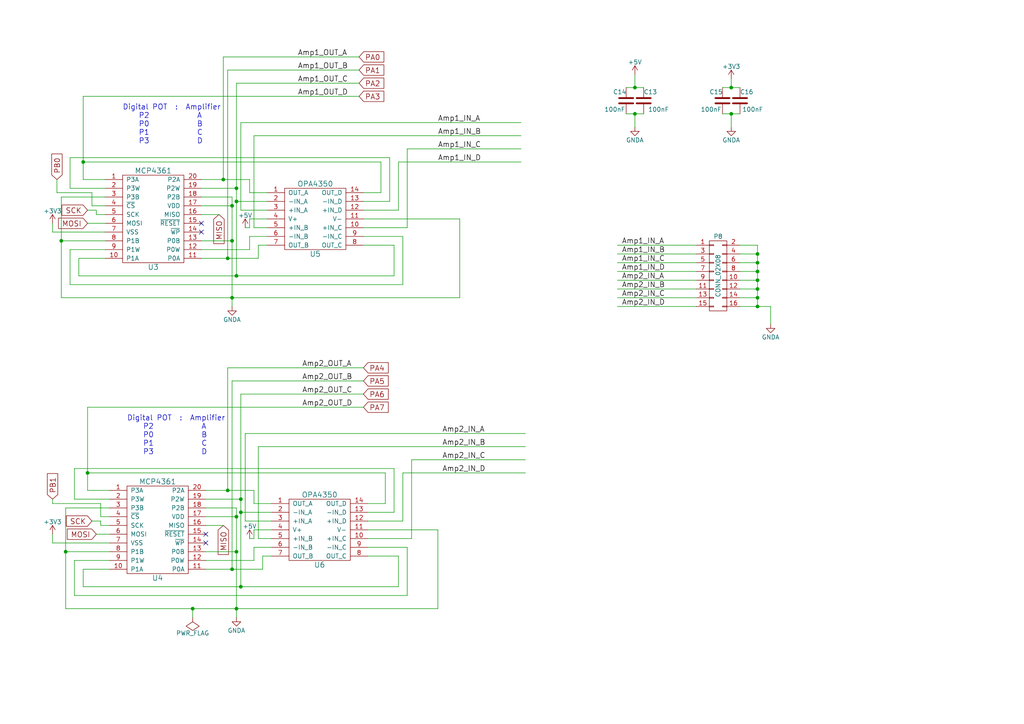
<source format=kicad_sch>
(kicad_sch (version 20230121) (generator eeschema)
  (paper "A4")
  (lib_symbols
    (symbol "i2cio-rescue:+3V3" (power) (pin_names (offset 0))
      (property "Value" "+3V3" (at 0 3.556 0))
      (symbol "+3V3_0_1"
        (polyline (pts (xy -0.762 1.27) (xy 0 2.54)))
        (polyline (pts (xy 0 0) (xy 0 2.54)))
        (polyline (pts (xy 0 2.54) (xy 0.762 1.27)))
      )
      (symbol "+3V3_1_1"
        (pin power_in line (at 0 0 90) (length 0) hide (name "+3V3") (number "1"))
      )
    )
    (symbol "i2cio-rescue:+5V" (power) (pin_names (offset 0))
      (property "Value" "+5V" (at 0 3.556 0))
      (symbol "+5V_0_1"
        (polyline (pts (xy -0.762 1.27) (xy 0 2.54)))
        (polyline (pts (xy 0 0) (xy 0 2.54)))
        (polyline (pts (xy 0 2.54) (xy 0.762 1.27)))
      )
      (symbol "+5V_1_1"
        (pin power_in line (at 0 0 90) (length 0) hide (name "+5V") (number "1"))
      )
    )
    (symbol "i2cio-rescue:C" (pin_numbers hide) (pin_names (offset 0.254))
      (property "Reference" "C" (at 0.635 2.54 0))
      (property "Value" "C" (at 0.635 -2.54 0))
      (symbol "C_0_1"
        (polyline (pts (xy -2.032 -0.762) (xy 2.032 -0.762)) (stroke (width 0.508)))
        (polyline (pts (xy -2.032 0.762) (xy 2.032 0.762)) (stroke (width 0.508)))
      )
      (symbol "C_1_1"
        (pin passive line (at 0 3.81 270) (length 2.794) (name "~") (number "1"))
        (pin passive line (at 0 -3.81 90) (length 2.794) (name "~") (number "2"))
      )
    )
    (symbol "i2cio-rescue:CONN_02X08" (pin_names (offset 0.0254) hide)
      (property "Reference" "P" (at 0 11.43 0))
      (property "Value" "CONN_02X08" (at 0 0 90))
      (symbol "CONN_02X08_0_1"
        (rectangle (start -2.54 -8.763) (end -1.27 -9.017))
        (rectangle (start -2.54 -6.223) (end -1.27 -6.477))
        (rectangle (start -2.54 -3.683) (end -1.27 -3.937))
        (rectangle (start -2.54 -1.143) (end -1.27 -1.397))
        (rectangle (start -2.54 1.397) (end -1.27 1.143))
        (rectangle (start -2.54 3.937) (end -1.27 3.683))
        (rectangle (start -2.54 6.477) (end -1.27 6.223))
        (rectangle (start -2.54 9.017) (end -1.27 8.763))
        (rectangle (start -2.54 10.16) (end 2.54 -10.16))
        (rectangle (start 1.27 -8.763) (end 2.54 -9.017))
        (rectangle (start 1.27 -6.223) (end 2.54 -6.477))
        (rectangle (start 1.27 -3.683) (end 2.54 -3.937))
        (rectangle (start 1.27 -1.143) (end 2.54 -1.397))
        (rectangle (start 1.27 1.397) (end 2.54 1.143))
        (rectangle (start 1.27 3.937) (end 2.54 3.683))
        (rectangle (start 1.27 6.477) (end 2.54 6.223))
        (rectangle (start 1.27 9.017) (end 2.54 8.763))
      )
      (symbol "CONN_02X08_1_1"
        (pin passive line (at -6.35 8.89 0) (length 3.81) (name "P1") (number "1"))
        (pin passive line (at 6.35 -1.27 180) (length 3.81) (name "P10") (number "10"))
        (pin passive line (at -6.35 -3.81 0) (length 3.81) (name "P11") (number "11"))
        (pin passive line (at 6.35 -3.81 180) (length 3.81) (name "P12") (number "12"))
        (pin passive line (at -6.35 -6.35 0) (length 3.81) (name "P13") (number "13"))
        (pin passive line (at 6.35 -6.35 180) (length 3.81) (name "P14") (number "14"))
        (pin passive line (at -6.35 -8.89 0) (length 3.81) (name "P15") (number "15"))
        (pin passive line (at 6.35 -8.89 180) (length 3.81) (name "P16") (number "16"))
        (pin passive line (at 6.35 8.89 180) (length 3.81) (name "P2") (number "2"))
        (pin passive line (at -6.35 6.35 0) (length 3.81) (name "P3") (number "3"))
        (pin passive line (at 6.35 6.35 180) (length 3.81) (name "P4") (number "4"))
        (pin passive line (at -6.35 3.81 0) (length 3.81) (name "P5") (number "5"))
        (pin passive line (at 6.35 3.81 180) (length 3.81) (name "P6") (number "6"))
        (pin passive line (at -6.35 1.27 0) (length 3.81) (name "P7") (number "7"))
        (pin passive line (at 6.35 1.27 180) (length 3.81) (name "P8") (number "8"))
        (pin passive line (at -6.35 -1.27 0) (length 3.81) (name "P9") (number "9"))
      )
    )
    (symbol "i2cio-rescue:GNDA" (power) (pin_names (offset 0))
      (property "Value" "GNDA" (at 0 -3.81 0))
      (symbol "GNDA_0_1"
        (polyline (pts (xy 0 0) (xy 0 -1.27) (xy 1.27 -1.27) (xy 0 -2.54) (xy -1.27 -1.27) (xy 0 -1.27)))
      )
      (symbol "GNDA_1_1"
        (pin power_in line (at 0 0 270) (length 0) hide (name "GNDA") (number "1"))
      )
    )
    (symbol "i2cio-rescue:MCP4361" (pin_names (offset 1.016))
      (property "Reference" "U" (at 0 -13.97 0))
      (property "Value" "MCP4361" (at 0 13.97 0))
      (symbol "MCP4361_0_1"
        (rectangle (start -8.89 12.7) (end 8.89 -12.7))
      )
      (symbol "MCP4361_1_1"
        (pin passive line (at -13.97 11.43 0) (length 5.08) (name "P3A") (number "1"))
        (pin input line (at -13.97 -11.43 0) (length 5.08) (name "P1A") (number "10"))
        (pin passive line (at 13.97 -11.43 180) (length 5.08) (name "P0A") (number "11"))
        (pin passive line (at 13.97 -8.89 180) (length 5.08) (name "P0W") (number "12"))
        (pin passive line (at 13.97 -6.35 180) (length 5.08) (name "P0B") (number "13"))
        (pin input line (at 13.97 -3.81 180) (length 5.08) (name "~{WP}") (number "14"))
        (pin input line (at 13.97 -1.27 180) (length 5.08) (name "~{RESET}") (number "15"))
        (pin unspecified line (at 13.97 1.27 180) (length 5.08) (name "MISO") (number "16"))
        (pin power_in line (at 13.97 3.81 180) (length 5.08) (name "VDD") (number "17"))
        (pin passive line (at 13.97 6.35 180) (length 5.08) (name "P2B") (number "18"))
        (pin passive line (at 13.97 8.89 180) (length 5.08) (name "P2W") (number "19"))
        (pin passive line (at -13.97 8.89 0) (length 5.08) (name "P3W") (number "2"))
        (pin passive line (at 13.97 11.43 180) (length 5.08) (name "P2A") (number "20"))
        (pin passive line (at -13.97 6.35 0) (length 5.08) (name "P3B") (number "3"))
        (pin input line (at -13.97 3.81 0) (length 5.08) (name "~{CS}") (number "4"))
        (pin unspecified line (at -13.97 1.27 0) (length 5.08) (name "SCK") (number "5"))
        (pin unspecified line (at -13.97 -1.27 0) (length 5.08) (name "MOSI") (number "6"))
        (pin power_in line (at -13.97 -3.81 0) (length 5.08) (name "VSS") (number "7"))
        (pin passive line (at -13.97 -6.35 0) (length 5.08) (name "P1B") (number "8"))
        (pin passive line (at -13.97 -8.89 0) (length 5.08) (name "P1W") (number "9"))
      )
    )
    (symbol "i2cio-rescue:OPA4350" (pin_names (offset 1.016))
      (property "Reference" "U" (at 0 -10.16 0))
      (property "Value" "OPA4350" (at 0 10.16 0))
      (symbol "OPA4350_0_1"
        (rectangle (start -8.89 8.89) (end 8.89 -8.89))
      )
      (symbol "OPA4350_1_1"
        (pin output line (at -13.97 7.62 0) (length 5.08) (name "OUT_A") (number "1"))
        (pin input line (at 13.97 -2.54 180) (length 5.08) (name "+IN_C") (number "10"))
        (pin power_in line (at 13.97 0 180) (length 5.08) (name "V-") (number "11"))
        (pin input line (at 13.97 2.54 180) (length 5.08) (name "+IN_D") (number "12"))
        (pin input line (at 13.97 5.08 180) (length 5.08) (name "-IN_D") (number "13"))
        (pin output line (at 13.97 7.62 180) (length 5.08) (name "OUT_D") (number "14"))
        (pin input line (at -13.97 5.08 0) (length 5.08) (name "-IN_A") (number "2"))
        (pin input line (at -13.97 2.54 0) (length 5.08) (name "+IN_A") (number "3"))
        (pin power_in line (at -13.97 0 0) (length 5.08) (name "V+") (number "4"))
        (pin input line (at -13.97 -2.54 0) (length 5.08) (name "+IN_B") (number "5"))
        (pin input line (at -13.97 -5.08 0) (length 5.08) (name "-IN_B") (number "6"))
        (pin output line (at -13.97 -7.62 0) (length 5.08) (name "OUT_B") (number "7"))
        (pin output line (at 13.97 -7.62 180) (length 5.08) (name "OUT_C") (number "8"))
        (pin input line (at 13.97 -5.08 180) (length 5.08) (name "-IN_C") (number "9"))
      )
    )
    (symbol "i2cio-rescue:PWR_FLAG" (power) (pin_numbers hide) (pin_names (offset 0) hide)
      (property "Value" "PWR_FLAG" (at 0 4.572 0))
      (symbol "PWR_FLAG_0_0"
        (pin power_out line (at 0 0 90) (length 0) (name "pwr") (number "1"))
      )
      (symbol "PWR_FLAG_0_1"
        (polyline (pts (xy 0 0) (xy 0 1.27) (xy -1.905 2.54) (xy 0 3.81) (xy 1.905 2.54) (xy 0 1.27)))
      )
    )
  )
  (junction (at 184.15 33.02))
  (junction (at 66.04 142.24))
  (junction (at 219.71 86.36))
  (junction (at 17.78 69.85))
  (junction (at 219.71 88.9))
  (junction (at 219.71 81.28))
  (junction (at 68.58 80.01))
  (junction (at 219.71 73.66))
  (junction (at 69.85 144.78))
  (junction (at 69.85 148.59))
  (junction (at 69.85 170.18))
  (junction (at 68.58 58.42))
  (junction (at 67.31 165.1))
  (junction (at 219.71 78.74))
  (junction (at 55.88 176.53))
  (junction (at 67.31 59.69))
  (junction (at 68.58 176.53))
  (junction (at 66.04 74.93))
  (junction (at 219.71 83.82))
  (junction (at 68.58 54.61))
  (junction (at 212.09 25.4))
  (junction (at 67.31 69.85))
  (junction (at 25.4 137.16))
  (junction (at 68.58 160.02))
  (junction (at 68.58 149.86))
  (junction (at 219.71 76.2))
  (junction (at 64.77 52.07))
  (junction (at 212.09 33.02))
  (junction (at 24.13 46.99))
  (junction (at 19.05 160.02))
  (junction (at 184.15 25.4))
  (junction (at 67.31 86.36))
  (no_connect (at 59.69 157.48))
  (no_connect (at 59.69 154.94))
  (no_connect (at 58.42 64.77))
  (no_connect (at 58.42 67.31))
  (wire (pts (xy 22.86 80.01) (xy 68.58 80.01)))
  (wire (pts (xy 19.05 176.53) (xy 55.88 176.53)))
  (wire (pts (xy 67.31 86.36) (xy 67.31 88.9)))
  (wire (pts (xy 22.86 74.93) (xy 22.86 80.01)))
  (wire (pts (xy 106.68 153.67) (xy 127 153.67)))
  (wire (pts (xy 25.4 118.11) (xy 105.41 118.11)))
  (wire (pts (xy 20.32 82.55) (xy 116.84 82.55)))
  (wire (pts (xy 78.74 151.13) (xy 71.12 151.13)))
  (wire (pts (xy 105.41 66.04) (xy 118.11 66.04)))
  (wire (pts (xy 106.68 151.13) (xy 116.84 151.13)))
  (wire (pts (xy 30.48 72.39) (xy 20.32 72.39)))
  (wire (pts (xy 69.85 144.78) (xy 69.85 148.59)))
  (wire (pts (xy 27.94 154.94) (xy 31.75 154.94)))
  (wire (pts (xy 219.71 76.2) (xy 219.71 78.74)))
  (wire (pts (xy 73.66 162.56) (xy 73.66 158.75)))
  (wire (pts (xy 72.39 72.39) (xy 72.39 68.58)))
  (wire (pts (xy 59.69 142.24) (xy 66.04 142.24)))
  (wire (pts (xy 184.15 25.4) (xy 186.69 25.4)))
  (wire (pts (xy 27.94 60.96) (xy 27.94 62.23)))
  (wire (pts (xy 184.15 25.4) (xy 184.15 21.59)))
  (wire (pts (xy 76.2 161.29) (xy 78.74 161.29)))
  (wire (pts (xy 116.84 82.55) (xy 116.84 68.58)))
  (wire (pts (xy 201.93 88.9) (xy 179.07 88.9)))
  (wire (pts (xy 64.77 52.07) (xy 64.77 16.51)))
  (wire (pts (xy 115.57 161.29) (xy 106.68 161.29)))
  (wire (pts (xy 31.75 147.32) (xy 19.05 147.32)))
  (wire (pts (xy 74.93 74.93) (xy 74.93 71.12)))
  (wire (pts (xy 68.58 176.53) (xy 127 176.53)))
  (wire (pts (xy 68.58 160.02) (xy 59.69 160.02)))
  (wire (pts (xy 111.76 146.05) (xy 106.68 146.05)))
  (wire (pts (xy 118.11 43.18) (xy 151.13 43.18)))
  (wire (pts (xy 69.85 170.18) (xy 115.57 170.18)))
  (wire (pts (xy 68.58 24.13) (xy 104.14 24.13)))
  (wire (pts (xy 30.48 57.15) (xy 17.78 57.15)))
  (wire (pts (xy 219.71 81.28) (xy 219.71 83.82)))
  (wire (pts (xy 31.75 165.1) (xy 24.13 165.1)))
  (wire (pts (xy 17.78 86.36) (xy 67.31 86.36)))
  (wire (pts (xy 20.32 45.72) (xy 113.03 45.72)))
  (wire (pts (xy 73.66 142.24) (xy 73.66 146.05)))
  (wire (pts (xy 78.74 156.21) (xy 74.93 156.21)))
  (wire (pts (xy 64.77 52.07) (xy 72.39 52.07)))
  (wire (pts (xy 73.66 66.04) (xy 73.66 39.37)))
  (wire (pts (xy 31.75 157.48) (xy 15.24 157.48)))
  (wire (pts (xy 72.39 52.07) (xy 72.39 55.88)))
  (wire (pts (xy 115.57 60.96) (xy 115.57 46.99)))
  (wire (pts (xy 74.93 71.12) (xy 77.47 71.12)))
  (wire (pts (xy 59.69 152.4) (xy 64.77 152.4)))
  (wire (pts (xy 113.03 58.42) (xy 105.41 58.42)))
  (wire (pts (xy 114.3 148.59) (xy 106.68 148.59)))
  (wire (pts (xy 219.71 71.12) (xy 219.71 73.66)))
  (wire (pts (xy 209.55 33.02) (xy 212.09 33.02)))
  (wire (pts (xy 29.21 146.05) (xy 29.21 149.86)))
  (wire (pts (xy 219.71 88.9) (xy 223.52 88.9)))
  (wire (pts (xy 20.32 72.39) (xy 20.32 82.55)))
  (wire (pts (xy 67.31 86.36) (xy 133.35 86.36)))
  (wire (pts (xy 118.11 172.72) (xy 118.11 158.75)))
  (wire (pts (xy 212.09 25.4) (xy 214.63 25.4)))
  (wire (pts (xy 67.31 69.85) (xy 58.42 69.85)))
  (wire (pts (xy 58.42 72.39) (xy 72.39 72.39)))
  (wire (pts (xy 68.58 147.32) (xy 68.58 149.86)))
  (wire (pts (xy 201.93 73.66) (xy 179.07 73.66)))
  (wire (pts (xy 201.93 86.36) (xy 179.07 86.36)))
  (wire (pts (xy 110.49 55.88) (xy 105.41 55.88)))
  (wire (pts (xy 16.51 55.88) (xy 26.67 55.88)))
  (wire (pts (xy 59.69 149.86) (xy 68.58 149.86)))
  (wire (pts (xy 114.3 135.89) (xy 114.3 148.59)))
  (wire (pts (xy 105.41 60.96) (xy 115.57 60.96)))
  (wire (pts (xy 113.03 45.72) (xy 113.03 58.42)))
  (wire (pts (xy 21.59 172.72) (xy 118.11 172.72)))
  (wire (pts (xy 69.85 148.59) (xy 78.74 148.59)))
  (wire (pts (xy 116.84 68.58) (xy 105.41 68.58)))
  (wire (pts (xy 58.42 59.69) (xy 67.31 59.69)))
  (wire (pts (xy 72.39 68.58) (xy 77.47 68.58)))
  (wire (pts (xy 127 153.67) (xy 127 176.53)))
  (wire (pts (xy 71.12 151.13) (xy 71.12 125.73)))
  (wire (pts (xy 69.85 60.96) (xy 69.85 35.56)))
  (wire (pts (xy 69.85 35.56) (xy 151.13 35.56)))
  (wire (pts (xy 68.58 58.42) (xy 77.47 58.42)))
  (wire (pts (xy 181.61 33.02) (xy 184.15 33.02)))
  (wire (pts (xy 179.07 71.12) (xy 201.93 71.12)))
  (wire (pts (xy 59.69 162.56) (xy 73.66 162.56)))
  (wire (pts (xy 72.39 66.04) (xy 72.39 63.5)))
  (wire (pts (xy 15.24 67.31) (xy 15.24 64.77)))
  (wire (pts (xy 73.66 146.05) (xy 78.74 146.05)))
  (wire (pts (xy 15.24 157.48) (xy 15.24 154.94)))
  (wire (pts (xy 66.04 106.68) (xy 105.41 106.68)))
  (wire (pts (xy 19.05 147.32) (xy 19.05 160.02)))
  (wire (pts (xy 24.13 46.99) (xy 24.13 52.07)))
  (wire (pts (xy 29.21 149.86) (xy 31.75 149.86)))
  (wire (pts (xy 59.69 165.1) (xy 67.31 165.1)))
  (wire (pts (xy 68.58 160.02) (xy 68.58 176.53)))
  (wire (pts (xy 30.48 67.31) (xy 15.24 67.31)))
  (wire (pts (xy 55.88 176.53) (xy 68.58 176.53)))
  (wire (pts (xy 64.77 16.51) (xy 104.14 16.51)))
  (wire (pts (xy 29.21 151.13) (xy 29.21 152.4)))
  (wire (pts (xy 59.69 147.32) (xy 68.58 147.32)))
  (wire (pts (xy 30.48 54.61) (xy 20.32 54.61)))
  (wire (pts (xy 55.88 179.07) (xy 55.88 176.53)))
  (wire (pts (xy 119.38 156.21) (xy 119.38 133.35)))
  (wire (pts (xy 76.2 165.1) (xy 76.2 161.29)))
  (wire (pts (xy 21.59 162.56) (xy 21.59 172.72)))
  (wire (pts (xy 66.04 142.24) (xy 66.04 106.68)))
  (wire (pts (xy 25.4 64.77) (xy 30.48 64.77)))
  (wire (pts (xy 201.93 76.2) (xy 179.07 76.2)))
  (wire (pts (xy 111.76 137.16) (xy 111.76 146.05)))
  (wire (pts (xy 68.58 24.13) (xy 68.58 54.61)))
  (wire (pts (xy 21.59 135.89) (xy 114.3 135.89)))
  (wire (pts (xy 110.49 46.99) (xy 110.49 55.88)))
  (wire (pts (xy 114.3 80.01) (xy 114.3 71.12)))
  (wire (pts (xy 21.59 144.78) (xy 21.59 135.89)))
  (wire (pts (xy 68.58 58.42) (xy 68.58 80.01)))
  (wire (pts (xy 106.68 156.21) (xy 119.38 156.21)))
  (wire (pts (xy 68.58 54.61) (xy 68.58 58.42)))
  (wire (pts (xy 219.71 71.12) (xy 214.63 71.12)))
  (wire (pts (xy 68.58 80.01) (xy 114.3 80.01)))
  (wire (pts (xy 66.04 74.93) (xy 66.04 20.32)))
  (wire (pts (xy 24.13 52.07) (xy 30.48 52.07)))
  (wire (pts (xy 214.63 76.2) (xy 219.71 76.2)))
  (wire (pts (xy 24.13 165.1) (xy 24.13 170.18)))
  (wire (pts (xy 20.32 54.61) (xy 20.32 45.72)))
  (wire (pts (xy 72.39 63.5) (xy 77.47 63.5)))
  (wire (pts (xy 212.09 36.83) (xy 212.09 33.02)))
  (wire (pts (xy 31.75 160.02) (xy 19.05 160.02)))
  (wire (pts (xy 24.13 27.94) (xy 24.13 46.99)))
  (wire (pts (xy 66.04 142.24) (xy 73.66 142.24)))
  (wire (pts (xy 219.71 78.74) (xy 214.63 78.74)))
  (wire (pts (xy 68.58 176.53) (xy 68.58 179.07)))
  (wire (pts (xy 58.42 57.15) (xy 67.31 57.15)))
  (wire (pts (xy 209.55 25.4) (xy 212.09 25.4)))
  (wire (pts (xy 25.4 142.24) (xy 31.75 142.24)))
  (wire (pts (xy 212.09 33.02) (xy 214.63 33.02)))
  (wire (pts (xy 27.94 62.23) (xy 30.48 62.23)))
  (wire (pts (xy 77.47 60.96) (xy 69.85 60.96)))
  (wire (pts (xy 17.78 69.85) (xy 17.78 86.36)))
  (wire (pts (xy 179.07 81.28) (xy 201.93 81.28)))
  (wire (pts (xy 25.4 137.16) (xy 25.4 142.24)))
  (wire (pts (xy 67.31 59.69) (xy 67.31 69.85)))
  (wire (pts (xy 25.4 137.16) (xy 111.76 137.16)))
  (wire (pts (xy 77.47 66.04) (xy 73.66 66.04)))
  (wire (pts (xy 69.85 114.3) (xy 69.85 144.78)))
  (wire (pts (xy 26.67 151.13) (xy 29.21 151.13)))
  (wire (pts (xy 219.71 86.36) (xy 219.71 88.9)))
  (wire (pts (xy 30.48 69.85) (xy 17.78 69.85)))
  (wire (pts (xy 73.66 153.67) (xy 78.74 153.67)))
  (wire (pts (xy 201.93 83.82) (xy 179.07 83.82)))
  (wire (pts (xy 71.12 66.04) (xy 72.39 66.04)))
  (wire (pts (xy 16.51 52.07) (xy 16.51 55.88)))
  (wire (pts (xy 15.24 146.05) (xy 29.21 146.05)))
  (wire (pts (xy 68.58 149.86) (xy 68.58 160.02)))
  (wire (pts (xy 73.66 39.37) (xy 151.13 39.37)))
  (wire (pts (xy 17.78 57.15) (xy 17.78 69.85)))
  (wire (pts (xy 116.84 151.13) (xy 116.84 137.16)))
  (wire (pts (xy 24.13 27.94) (xy 104.14 27.94)))
  (wire (pts (xy 29.21 152.4) (xy 31.75 152.4)))
  (wire (pts (xy 58.42 52.07) (xy 64.77 52.07)))
  (wire (pts (xy 19.05 160.02) (xy 19.05 176.53)))
  (wire (pts (xy 24.13 46.99) (xy 110.49 46.99)))
  (wire (pts (xy 58.42 74.93) (xy 66.04 74.93)))
  (wire (pts (xy 219.71 78.74) (xy 219.71 81.28)))
  (wire (pts (xy 114.3 71.12) (xy 105.41 71.12)))
  (wire (pts (xy 71.12 125.73) (xy 152.4 125.73)))
  (wire (pts (xy 25.4 60.96) (xy 27.94 60.96)))
  (wire (pts (xy 31.75 144.78) (xy 21.59 144.78)))
  (wire (pts (xy 184.15 33.02) (xy 186.69 33.02)))
  (wire (pts (xy 26.67 55.88) (xy 26.67 59.69)))
  (wire (pts (xy 133.35 63.5) (xy 133.35 86.36)))
  (wire (pts (xy 67.31 57.15) (xy 67.31 59.69)))
  (wire (pts (xy 115.57 46.99) (xy 151.13 46.99)))
  (wire (pts (xy 26.67 59.69) (xy 30.48 59.69)))
  (wire (pts (xy 201.93 78.74) (xy 179.07 78.74)))
  (wire (pts (xy 219.71 83.82) (xy 214.63 83.82)))
  (wire (pts (xy 69.85 114.3) (xy 105.41 114.3)))
  (wire (pts (xy 24.13 170.18) (xy 69.85 170.18)))
  (wire (pts (xy 15.24 144.78) (xy 15.24 146.05)))
  (wire (pts (xy 184.15 36.83) (xy 184.15 33.02)))
  (wire (pts (xy 31.75 162.56) (xy 21.59 162.56)))
  (wire (pts (xy 67.31 69.85) (xy 67.31 86.36)))
  (wire (pts (xy 181.61 25.4) (xy 184.15 25.4)))
  (wire (pts (xy 67.31 165.1) (xy 67.31 110.49)))
  (wire (pts (xy 223.52 88.9) (xy 223.52 93.98)))
  (wire (pts (xy 219.71 73.66) (xy 219.71 76.2)))
  (wire (pts (xy 214.63 88.9) (xy 219.71 88.9)))
  (wire (pts (xy 214.63 81.28) (xy 219.71 81.28)))
  (wire (pts (xy 105.41 63.5) (xy 133.35 63.5)))
  (wire (pts (xy 219.71 73.66) (xy 214.63 73.66)))
  (wire (pts (xy 212.09 25.4) (xy 212.09 22.86)))
  (wire (pts (xy 214.63 86.36) (xy 219.71 86.36)))
  (wire (pts (xy 74.93 156.21) (xy 74.93 129.54)))
  (wire (pts (xy 25.4 118.11) (xy 25.4 137.16)))
  (wire (pts (xy 118.11 66.04) (xy 118.11 43.18)))
  (wire (pts (xy 58.42 62.23) (xy 63.5 62.23)))
  (wire (pts (xy 119.38 133.35) (xy 152.4 133.35)))
  (wire (pts (xy 67.31 165.1) (xy 76.2 165.1)))
  (wire (pts (xy 219.71 83.82) (xy 219.71 86.36)))
  (wire (pts (xy 115.57 170.18) (xy 115.57 161.29)))
  (wire (pts (xy 66.04 20.32) (xy 104.14 20.32)))
  (wire (pts (xy 30.48 74.93) (xy 22.86 74.93)))
  (wire (pts (xy 66.04 74.93) (xy 74.93 74.93)))
  (wire (pts (xy 58.42 54.61) (xy 68.58 54.61)))
  (wire (pts (xy 72.39 156.21) (xy 73.66 156.21)))
  (wire (pts (xy 118.11 158.75) (xy 106.68 158.75)))
  (wire (pts (xy 72.39 55.88) (xy 77.47 55.88)))
  (wire (pts (xy 74.93 129.54) (xy 152.4 129.54)))
  (wire (pts (xy 59.69 144.78) (xy 69.85 144.78)))
  (wire (pts (xy 116.84 137.16) (xy 152.4 137.16)))
  (wire (pts (xy 73.66 156.21) (xy 73.66 153.67)))
  (wire (pts (xy 69.85 148.59) (xy 69.85 170.18)))
  (wire (pts (xy 73.66 158.75) (xy 78.74 158.75)))
  (wire (pts (xy 67.31 110.49) (xy 105.41 110.49)))
  (text "Digital POT  :  Amplifier\n    P2            A\n    P0            B\n    P1            C\n    P3            D" (at 35.56 41.91 0) (effects (font (size 1.524 1.524)) (justify left bottom)))
  (text "Digital POT  :  Amplifier\n    P2            A\n    P0            B\n    P1            C\n    P3            D" (at 36.83 132.08 0) (effects (font (size 1.524 1.524)) (justify left bottom)))
  (label "Amp1_IN_C" (at 180.34 76.2 0) (effects (font (size 1.524 1.524))))
  (label "Amp2_OUT_A" (at 87.63 106.68 0) (effects (font (size 1.524 1.524))))
  (label "Amp2_OUT_B" (at 87.63 110.49 0) (effects (font (size 1.524 1.524))))
  (label "Amp1_IN_B" (at 127 39.37 0) (effects (font (size 1.524 1.524))))
  (label "Amp1_IN_B" (at 180.34 73.66 0) (effects (font (size 1.524 1.524))))
  (label "Amp1_OUT_C" (at 86.36 24.13 0) (effects (font (size 1.524 1.524))))
  (label "Amp2_IN_A" (at 180.34 81.28 0) (effects (font (size 1.524 1.524))))
  (label "Amp1_IN_A" (at 127 35.56 0) (effects (font (size 1.524 1.524))))
  (label "Amp2_IN_B" (at 128.27 129.54 0) (effects (font (size 1.524 1.524))))
  (label "Amp1_OUT_A" (at 86.36 16.51 0) (effects (font (size 1.524 1.524))))
  (label "Amp2_IN_D" (at 128.27 137.16 0) (effects (font (size 1.524 1.524))))
  (label "Amp1_IN_A" (at 180.34 71.12 0) (effects (font (size 1.524 1.524))))
  (label "Amp2_OUT_C" (at 87.63 114.3 0) (effects (font (size 1.524 1.524))))
  (label "Amp1_OUT_D" (at 86.36 27.94 0) (effects (font (size 1.524 1.524))))
  (label "Amp2_IN_B" (at 180.34 83.82 0) (effects (font (size 1.524 1.524))))
  (label "Amp2_IN_A" (at 128.27 125.73 0) (effects (font (size 1.524 1.524))))
  (label "Amp2_IN_D" (at 180.34 88.9 0) (effects (font (size 1.524 1.524))))
  (label "Amp2_OUT_D" (at 87.63 118.11 0) (effects (font (size 1.524 1.524))))
  (label "Amp2_IN_C" (at 180.34 86.36 0) (effects (font (size 1.524 1.524))))
  (label "Amp2_IN_C" (at 128.27 133.35 0) (effects (font (size 1.524 1.524))))
  (label "Amp1_OUT_B" (at 86.36 20.32 0) (effects (font (size 1.524 1.524))))
  (label "Amp1_IN_C" (at 127 43.18 0) (effects (font (size 1.524 1.524))))
  (label "Amp1_IN_D" (at 180.34 78.74 0) (effects (font (size 1.524 1.524))))
  (label "Amp1_IN_D" (at 127 46.99 0) (effects (font (size 1.524 1.524))))
  (global_label "PA6" (shape input) (at 105.41 114.3 0) (effects (font (size 1.524 1.524))) (property "Intersheetrefs" "${INTERSHEET_REFS}" (effects hide)))
  (global_label "PB1" (shape input) (at 15.24 144.78 90) (effects (font (size 1.524 1.524))) (property "Intersheetrefs" "${INTERSHEET_REFS}" (effects hide)))
  (global_label "MISO" (shape input) (at 64.77 152.4 270) (effects (font (size 1.524 1.524))) (property "Intersheetrefs" "${INTERSHEET_REFS}" (effects hide)))
  (global_label "PA1" (shape input) (at 104.14 20.32 0) (effects (font (size 1.524 1.524))) (property "Intersheetrefs" "${INTERSHEET_REFS}" (effects hide)))
  (global_label "PA0" (shape input) (at 104.14 16.51 0) (effects (font (size 1.524 1.524))) (property "Intersheetrefs" "${INTERSHEET_REFS}" (effects hide)))
  (global_label "PB0" (shape input) (at 16.51 52.07 90) (effects (font (size 1.524 1.524))) (property "Intersheetrefs" "${INTERSHEET_REFS}" (effects hide)))
  (global_label "PA3" (shape input) (at 104.14 27.94 0) (effects (font (size 1.524 1.524))) (property "Intersheetrefs" "${INTERSHEET_REFS}" (effects hide)))
  (global_label "PA2" (shape input) (at 104.14 24.13 0) (effects (font (size 1.524 1.524))) (property "Intersheetrefs" "${INTERSHEET_REFS}" (effects hide)))
  (global_label "PA4" (shape input) (at 105.41 106.68 0) (effects (font (size 1.524 1.524))) (property "Intersheetrefs" "${INTERSHEET_REFS}" (effects hide)))
  (global_label "SCK" (shape input) (at 26.67 151.13 180) (effects (font (size 1.524 1.524))) (property "Intersheetrefs" "${INTERSHEET_REFS}" (effects hide)))
  (global_label "MOSI" (shape input) (at 25.4 64.77 180) (effects (font (size 1.524 1.524))) (property "Intersheetrefs" "${INTERSHEET_REFS}" (effects hide)))
  (global_label "MOSI" (shape input) (at 27.94 154.94 180) (effects (font (size 1.524 1.524))) (property "Intersheetrefs" "${INTERSHEET_REFS}" (effects hide)))
  (global_label "MISO" (shape input) (at 63.5 62.23 270) (effects (font (size 1.524 1.524))) (property "Intersheetrefs" "${INTERSHEET_REFS}" (effects hide)))
  (global_label "SCK" (shape input) (at 25.4 60.96 180) (effects (font (size 1.524 1.524))) (property "Intersheetrefs" "${INTERSHEET_REFS}" (effects hide)))
  (global_label "PA5" (shape input) (at 105.41 110.49 0) (effects (font (size 1.524 1.524))) (property "Intersheetrefs" "${INTERSHEET_REFS}" (effects hide)))
  (global_label "PA7" (shape input) (at 105.41 118.11 0) (effects (font (size 1.524 1.524))) (property "Intersheetrefs" "${INTERSHEET_REFS}" (effects hide)))
  (symbol (lib_id "i2cio-rescue:OPA4350") (at 91.44 63.5 0) (unit 1)
    (property "Reference" "U5" (at 91.44 73.66 0) (effects (font (size 1.524 1.524))))
    (property "Value" "OPA4350" (at 91.44 53.34 0) (effects (font (size 1.524 1.524))))
    (property "Footprint" "amol_parts_footprints:SOIC-14_3.9x8.7mm_Pitch1.27mm" (effects hide))
  )
  (symbol (lib_id "i2cio-rescue:MCP4361") (at 44.45 63.5 0) (unit 1)
    (property "Reference" "U3" (at 44.45 77.47 0) (effects (font (size 1.524 1.524))))
    (property "Value" "MCP4361" (at 44.45 49.53 0) (effects (font (size 1.524 1.524))))
    (property "Footprint" "amol_parts_footprints:TSSOP-20_4.4x6.5mm_Pitch0.65mm" (effects hide))
  )
  (symbol (lib_id "i2cio-rescue:GNDA") (at 67.31 88.9 0) (unit 1)
    (property "Reference" "#PWR048" (effects hide))
    (property "Value" "GNDA" (at 67.31 92.71 0))
  )
  (symbol (lib_id "i2cio-rescue:OPA4350") (at 92.71 153.67 0) (unit 1)
    (property "Reference" "U6" (at 92.71 163.83 0) (effects (font (size 1.524 1.524))))
    (property "Value" "OPA4350" (at 92.71 143.51 0) (effects (font (size 1.524 1.524))))
    (property "Footprint" "amol_parts_footprints:SOIC-14_3.9x8.7mm_Pitch1.27mm" (effects hide))
  )
  (symbol (lib_id "i2cio-rescue:MCP4361") (at 45.72 153.67 0) (unit 1)
    (property "Reference" "U4" (at 45.72 167.64 0) (effects (font (size 1.524 1.524))))
    (property "Value" "MCP4361" (at 45.72 139.7 0) (effects (font (size 1.524 1.524))))
    (property "Footprint" "amol_parts_footprints:TSSOP-20_4.4x6.5mm_Pitch0.65mm" (effects hide))
  )
  (symbol (lib_id "i2cio-rescue:GNDA") (at 68.58 179.07 0) (unit 1)
    (property "Reference" "#PWR049" (effects hide))
    (property "Value" "GNDA" (at 68.58 182.88 0))
  )
  (symbol (lib_id "i2cio-rescue:+3V3") (at 15.24 64.77 0) (unit 1)
    (property "Reference" "#PWR050" (effects hide))
    (property "Value" "+3V3" (at 15.24 61.214 0))
  )
  (symbol (lib_id "i2cio-rescue:+3V3") (at 15.24 154.94 0) (unit 1)
    (property "Reference" "#PWR051" (effects hide))
    (property "Value" "+3V3" (at 15.24 151.384 0))
  )
  (symbol (lib_id "i2cio-rescue:+5V") (at 72.39 156.21 0) (unit 1)
    (property "Reference" "#PWR052" (effects hide))
    (property "Value" "+5V" (at 72.39 152.654 0))
  )
  (symbol (lib_id "i2cio-rescue:+5V") (at 71.12 66.04 0) (unit 1)
    (property "Reference" "#PWR053" (effects hide))
    (property "Value" "+5V" (at 71.12 62.484 0))
  )
  (symbol (lib_id "i2cio-rescue:GNDA") (at 223.52 93.98 0) (mirror y) (unit 1)
    (property "Reference" "#PWR054" (effects hide))
    (property "Value" "GNDA" (at 223.52 97.79 0))
  )
  (symbol (lib_id "i2cio-rescue:C") (at 209.55 29.21 0) (unit 1)
    (property "Reference" "C15" (at 205.74 26.67 0) (effects (justify left)))
    (property "Value" "100nF" (at 203.2 31.75 0) (effects (justify left)))
    (property "Footprint" "amol_parts_footprints:0805_HandSoldering" (effects hide))
  )
  (symbol (lib_id "i2cio-rescue:C") (at 214.63 29.21 0) (unit 1)
    (property "Reference" "C16" (at 214.63 26.67 0) (effects (justify left)))
    (property "Value" "100nF" (at 215.265 31.75 0) (effects (justify left)))
    (property "Footprint" "amol_parts_footprints:0805_HandSoldering" (effects hide))
  )
  (symbol (lib_id "i2cio-rescue:C") (at 181.61 29.21 0) (unit 1)
    (property "Reference" "C14" (at 177.8 26.67 0) (effects (justify left)))
    (property "Value" "100nF" (at 175.26 31.75 0) (effects (justify left)))
    (property "Footprint" "amol_parts_footprints:0805_HandSoldering" (effects hide))
  )
  (symbol (lib_id "i2cio-rescue:C") (at 186.69 29.21 0) (unit 1)
    (property "Reference" "C13" (at 186.69 26.67 0) (effects (justify left)))
    (property "Value" "100nF" (at 187.96 31.75 0) (effects (justify left)))
    (property "Footprint" "amol_parts_footprints:0805_HandSoldering" (effects hide))
  )
  (symbol (lib_id "i2cio-rescue:GNDA") (at 212.09 36.83 0) (unit 1)
    (property "Reference" "#PWR055" (effects hide))
    (property "Value" "GNDA" (at 212.09 40.64 0))
  )
  (symbol (lib_id "i2cio-rescue:GNDA") (at 184.15 36.83 0) (unit 1)
    (property "Reference" "#PWR056" (effects hide))
    (property "Value" "GNDA" (at 184.15 40.64 0))
  )
  (symbol (lib_id "i2cio-rescue:+5V") (at 184.15 21.59 0) (unit 1)
    (property "Reference" "#PWR057" (effects hide))
    (property "Value" "+5V" (at 184.15 18.034 0))
  )
  (symbol (lib_id "i2cio-rescue:+3V3") (at 212.09 22.86 0) (unit 1)
    (property "Reference" "#PWR058" (effects hide))
    (property "Value" "+3V3" (at 212.09 19.304 0))
  )
  (symbol (lib_id "i2cio-rescue:PWR_FLAG") (at 55.88 179.07 180) (unit 1)
    (property "Reference" "#FLG059" (effects hide))
    (property "Value" "PWR_FLAG" (at 55.88 183.642 0))
  )
  (symbol (lib_id "i2cio-rescue:CONN_02X08") (at 208.28 80.01 0) (unit 1)
    (property "Reference" "P8" (at 208.28 68.58 0))
    (property "Value" "CONN_02X08" (at 208.28 80.01 90))
    (property "Footprint" "Pin_Headers:Pin_Header_Straight_2x08" (effects hide))
  )
)
</source>
